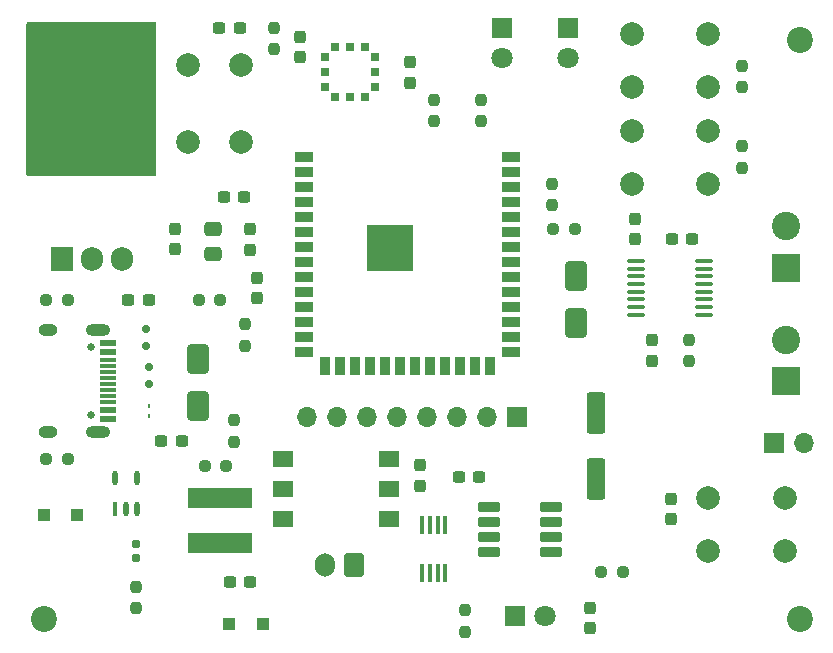
<source format=gbr>
%TF.GenerationSoftware,KiCad,Pcbnew,7.0.8*%
%TF.CreationDate,2024-01-31T02:26:52-05:00*%
%TF.ProjectId,AT01_no_ftdi,41543031-5f6e-46f5-9f66-7464692e6b69,rev?*%
%TF.SameCoordinates,PX6ea0500PY7735940*%
%TF.FileFunction,Soldermask,Top*%
%TF.FilePolarity,Negative*%
%FSLAX46Y46*%
G04 Gerber Fmt 4.6, Leading zero omitted, Abs format (unit mm)*
G04 Created by KiCad (PCBNEW 7.0.8) date 2024-01-31 02:26:52*
%MOMM*%
%LPD*%
G01*
G04 APERTURE LIST*
G04 Aperture macros list*
%AMRoundRect*
0 Rectangle with rounded corners*
0 $1 Rounding radius*
0 $2 $3 $4 $5 $6 $7 $8 $9 X,Y pos of 4 corners*
0 Add a 4 corners polygon primitive as box body*
4,1,4,$2,$3,$4,$5,$6,$7,$8,$9,$2,$3,0*
0 Add four circle primitives for the rounded corners*
1,1,$1+$1,$2,$3*
1,1,$1+$1,$4,$5*
1,1,$1+$1,$6,$7*
1,1,$1+$1,$8,$9*
0 Add four rect primitives between the rounded corners*
20,1,$1+$1,$2,$3,$4,$5,0*
20,1,$1+$1,$4,$5,$6,$7,0*
20,1,$1+$1,$6,$7,$8,$9,0*
20,1,$1+$1,$8,$9,$2,$3,0*%
G04 Aperture macros list end*
%ADD10R,0.457200X1.524000*%
%ADD11O,0.457200X1.219200*%
%ADD12R,0.457200X1.219200*%
%ADD13R,0.711200X0.660400*%
%ADD14R,0.660400X0.711200*%
%ADD15RoundRect,0.250000X-0.475000X0.337500X-0.475000X-0.337500X0.475000X-0.337500X0.475000X0.337500X0*%
%ADD16R,1.700000X1.700000*%
%ADD17O,1.700000X1.700000*%
%ADD18RoundRect,0.150000X-0.200000X0.150000X-0.200000X-0.150000X0.200000X-0.150000X0.200000X0.150000X0*%
%ADD19RoundRect,0.237500X-0.250000X-0.237500X0.250000X-0.237500X0.250000X0.237500X-0.250000X0.237500X0*%
%ADD20RoundRect,0.150000X0.200000X-0.150000X0.200000X0.150000X-0.200000X0.150000X-0.200000X-0.150000X0*%
%ADD21RoundRect,0.062500X-0.062500X0.117500X-0.062500X-0.117500X0.062500X-0.117500X0.062500X0.117500X0*%
%ADD22RoundRect,0.237500X-0.237500X0.250000X-0.237500X-0.250000X0.237500X-0.250000X0.237500X0.250000X0*%
%ADD23RoundRect,0.237500X0.237500X-0.300000X0.237500X0.300000X-0.237500X0.300000X-0.237500X-0.300000X0*%
%ADD24R,1.800000X1.800000*%
%ADD25C,1.800000*%
%ADD26C,2.000000*%
%ADD27C,2.200000*%
%ADD28RoundRect,0.237500X-0.237500X0.300000X-0.237500X-0.300000X0.237500X-0.300000X0.237500X0.300000X0*%
%ADD29C,0.650000*%
%ADD30R,1.450000X0.600000*%
%ADD31R,1.450000X0.300000*%
%ADD32O,2.100000X1.000000*%
%ADD33O,1.600000X1.000000*%
%ADD34R,1.701800X1.397000*%
%ADD35RoundRect,0.237500X0.237500X-0.250000X0.237500X0.250000X-0.237500X0.250000X-0.237500X-0.250000X0*%
%ADD36R,5.511800X1.752600*%
%ADD37RoundRect,0.160000X-0.160000X0.197500X-0.160000X-0.197500X0.160000X-0.197500X0.160000X0.197500X0*%
%ADD38RoundRect,0.250000X0.300000X0.300000X-0.300000X0.300000X-0.300000X-0.300000X0.300000X-0.300000X0*%
%ADD39RoundRect,0.237500X0.250000X0.237500X-0.250000X0.237500X-0.250000X-0.237500X0.250000X-0.237500X0*%
%ADD40R,2.400000X2.400000*%
%ADD41C,2.400000*%
%ADD42R,1.500000X0.900000*%
%ADD43R,0.900000X1.500000*%
%ADD44C,0.800000*%
%ADD45R,3.900000X3.900000*%
%ADD46RoundRect,0.237500X-0.300000X-0.237500X0.300000X-0.237500X0.300000X0.237500X-0.300000X0.237500X0*%
%ADD47RoundRect,0.237500X0.300000X0.237500X-0.300000X0.237500X-0.300000X-0.237500X0.300000X-0.237500X0*%
%ADD48RoundRect,0.250000X-0.650000X1.000000X-0.650000X-1.000000X0.650000X-1.000000X0.650000X1.000000X0*%
%ADD49RoundRect,0.100000X0.637500X0.100000X-0.637500X0.100000X-0.637500X-0.100000X0.637500X-0.100000X0*%
%ADD50RoundRect,0.250000X-0.550000X1.500000X-0.550000X-1.500000X0.550000X-1.500000X0.550000X1.500000X0*%
%ADD51RoundRect,0.144000X-0.788000X-0.258000X0.788000X-0.258000X0.788000X0.258000X-0.788000X0.258000X0*%
%ADD52O,3.500000X3.500000*%
%ADD53R,1.905000X2.000000*%
%ADD54O,1.905000X2.000000*%
%ADD55RoundRect,0.250000X0.600000X0.750000X-0.600000X0.750000X-0.600000X-0.750000X0.600000X-0.750000X0*%
%ADD56O,1.700000X2.000000*%
%ADD57RoundRect,0.250000X-0.300000X-0.300000X0.300000X-0.300000X0.300000X0.300000X-0.300000X0.300000X0*%
G04 APERTURE END LIST*
D10*
%TO.C,U3*%
X35025001Y6861400D03*
X35674999Y6861400D03*
X36325001Y6861400D03*
X36974999Y6861400D03*
X36974999Y10948600D03*
X36325001Y10948600D03*
X35674999Y10948600D03*
X35025001Y10948600D03*
%TD*%
D11*
%TO.C,U2*%
X9000000Y14900000D03*
X10900002Y14900000D03*
X10900002Y12280000D03*
X9950001Y12280000D03*
D12*
X9000000Y12280000D03*
%TD*%
D13*
%TO.C,U1*%
X26800110Y50540000D03*
X26800110Y49270000D03*
X26800110Y48000000D03*
D14*
X27630055Y47170002D03*
X28900055Y47170002D03*
X30170055Y47170002D03*
D13*
X31000000Y48000000D03*
X31000000Y49270000D03*
X31000000Y50540000D03*
D14*
X30170055Y51369998D03*
X28900055Y51369998D03*
X27630055Y51369998D03*
%TD*%
D15*
%TO.C,C7*%
X17300000Y35975000D03*
X17300000Y33900000D03*
%TD*%
D16*
%TO.C,J6*%
X64760000Y17900000D03*
D17*
X67300000Y17900000D03*
%TD*%
D18*
%TO.C,D2*%
X11900000Y22900000D03*
X11900000Y24300000D03*
%TD*%
D19*
%TO.C,R2*%
X16587500Y15900000D03*
X18412500Y15900000D03*
%TD*%
D20*
%TO.C,D12*%
X11600000Y27500000D03*
X11600000Y26100000D03*
%TD*%
D21*
%TO.C,D3*%
X11900000Y20180000D03*
X11900000Y21020000D03*
%TD*%
D22*
%TO.C,R8*%
X36000000Y46912500D03*
X36000000Y45087500D03*
%TD*%
D23*
%TO.C,C15*%
X34800000Y14237500D03*
X34800000Y15962500D03*
%TD*%
%TO.C,C4*%
X34000000Y48375000D03*
X34000000Y50100000D03*
%TD*%
D24*
%TO.C,D5*%
X41800000Y52975000D03*
D25*
X41800000Y50435000D03*
%TD*%
D26*
%TO.C,SW1*%
X52750000Y52500000D03*
X59250000Y52500000D03*
X52750000Y48000000D03*
X59250000Y48000000D03*
%TD*%
D27*
%TO.C,H3*%
X3000000Y3000000D03*
%TD*%
D28*
%TO.C,C10*%
X53000000Y36862500D03*
X53000000Y35137500D03*
%TD*%
D29*
%TO.C,J2*%
X7000000Y26000000D03*
X7000000Y20220000D03*
D30*
X8445000Y26360000D03*
X8445000Y25560000D03*
D31*
X8445000Y24360000D03*
X8445000Y23360000D03*
X8445000Y22860000D03*
X8445000Y21860000D03*
D30*
X8445000Y20660000D03*
X8445000Y19860000D03*
X8445000Y19860000D03*
X8445000Y20660000D03*
D31*
X8445000Y21360000D03*
X8445000Y22360000D03*
X8445000Y23860000D03*
X8445000Y24860000D03*
D30*
X8445000Y25560000D03*
X8445000Y26360000D03*
D32*
X7530000Y27430000D03*
D33*
X3350000Y27430000D03*
D32*
X7530000Y18790000D03*
D33*
X3350000Y18790000D03*
%TD*%
D34*
%TO.C,K1*%
X23200000Y11460000D03*
X23200000Y14000000D03*
X23200000Y16540000D03*
X32217000Y16540000D03*
X32217000Y14000000D03*
X32217000Y11460000D03*
%TD*%
D35*
%TO.C,R1*%
X62100000Y47987500D03*
X62100000Y49812500D03*
%TD*%
D36*
%TO.C,L1*%
X17900000Y13175000D03*
X17900000Y9425000D03*
%TD*%
D19*
%TO.C,R5*%
X16087500Y30000000D03*
X17912500Y30000000D03*
%TD*%
D37*
%TO.C,R15*%
X10800000Y9297500D03*
X10800000Y8102500D03*
%TD*%
D22*
%TO.C,R4*%
X20000000Y27912500D03*
X20000000Y26087500D03*
%TD*%
D28*
%TO.C,C17*%
X20400000Y35962500D03*
X20400000Y34237500D03*
%TD*%
D38*
%TO.C,D9*%
X21500000Y2500000D03*
X18700000Y2500000D03*
%TD*%
D39*
%TO.C,R14*%
X5012500Y16500000D03*
X3187500Y16500000D03*
%TD*%
D27*
%TO.C,H2*%
X67000000Y3000000D03*
%TD*%
D40*
%TO.C,J4*%
X65800000Y32700000D03*
D41*
X65800000Y36200000D03*
%TD*%
D42*
%TO.C,U6*%
X25050000Y42120000D03*
X25050000Y40850000D03*
X25050000Y39580000D03*
X25050000Y38310000D03*
X25050000Y37040000D03*
X25050000Y35770000D03*
X25050000Y34500000D03*
X25050000Y33230000D03*
X25050000Y31960000D03*
X25050000Y30690000D03*
X25050000Y29420000D03*
X25050000Y28150000D03*
X25050000Y26880000D03*
X25050000Y25610000D03*
D43*
X26815000Y24360000D03*
X28085000Y24360000D03*
X29355000Y24360000D03*
X30625000Y24360000D03*
X31895000Y24360000D03*
X33165000Y24360000D03*
X34435000Y24360000D03*
X35705000Y24360000D03*
X36975000Y24360000D03*
X38245000Y24360000D03*
X39515000Y24360000D03*
X40785000Y24360000D03*
D42*
X42550000Y25610000D03*
X42550000Y26880000D03*
X42550000Y28150000D03*
X42550000Y29420000D03*
X42550000Y30690000D03*
X42550000Y31960000D03*
X42550000Y33230000D03*
X42550000Y34500000D03*
X42550000Y35770000D03*
X42550000Y37040000D03*
X42550000Y38310000D03*
X42550000Y39580000D03*
X42550000Y40850000D03*
X42550000Y42120000D03*
D44*
X30900000Y35100000D03*
X30900000Y33700000D03*
X31600000Y35800000D03*
X31600000Y34400000D03*
X31600000Y33000000D03*
X32300000Y35100000D03*
D45*
X32300000Y34400000D03*
D44*
X32300000Y33700000D03*
X33000000Y35800000D03*
X33000000Y34400000D03*
X33000000Y33000000D03*
X33700000Y35100000D03*
X33700000Y33700000D03*
%TD*%
D35*
%TO.C,R11*%
X46000000Y38000000D03*
X46000000Y39825000D03*
%TD*%
D39*
%TO.C,R13*%
X5012500Y30000000D03*
X3187500Y30000000D03*
%TD*%
D46*
%TO.C,C13*%
X18737500Y6100000D03*
X20462500Y6100000D03*
%TD*%
D47*
%TO.C,C18*%
X19962500Y38700000D03*
X18237500Y38700000D03*
%TD*%
%TO.C,C5*%
X11862500Y30000000D03*
X10137500Y30000000D03*
%TD*%
D48*
%TO.C,D1*%
X16000000Y25000000D03*
X16000000Y21000000D03*
%TD*%
D22*
%TO.C,R18*%
X38600000Y3712500D03*
X38600000Y1887500D03*
%TD*%
D26*
%TO.C,SW2*%
X59200000Y13200000D03*
X65700000Y13200000D03*
X59200000Y8700000D03*
X65700000Y8700000D03*
%TD*%
D16*
%TO.C,J3*%
X43060000Y20100000D03*
D17*
X40520000Y20100000D03*
X37980000Y20100000D03*
X35440000Y20100000D03*
X32900000Y20100000D03*
X30360000Y20100000D03*
X27820000Y20100000D03*
X25280000Y20100000D03*
%TD*%
D39*
%TO.C,R10*%
X47912500Y36000000D03*
X46087500Y36000000D03*
%TD*%
D46*
%TO.C,C8*%
X12937500Y18000000D03*
X14662500Y18000000D03*
%TD*%
D22*
%TO.C,R6*%
X62100000Y43012500D03*
X62100000Y41187500D03*
%TD*%
D49*
%TO.C,U5*%
X58862500Y28725000D03*
X58862500Y29375000D03*
X58862500Y30025000D03*
X58862500Y30675000D03*
X58862500Y31325000D03*
X58862500Y31975000D03*
X58862500Y32625000D03*
X58862500Y33275000D03*
X53137500Y33275000D03*
X53137500Y32625000D03*
X53137500Y31975000D03*
X53137500Y31325000D03*
X53137500Y30675000D03*
X53137500Y30025000D03*
X53137500Y29375000D03*
X53137500Y28725000D03*
%TD*%
D23*
%TO.C,C1*%
X24700000Y50537500D03*
X24700000Y52262500D03*
%TD*%
D35*
%TO.C,R16*%
X57600000Y24787500D03*
X57600000Y26612500D03*
%TD*%
D22*
%TO.C,R7*%
X40000000Y46912500D03*
X40000000Y45087500D03*
%TD*%
D23*
%TO.C,C11*%
X54500000Y24837500D03*
X54500000Y26562500D03*
%TD*%
D28*
%TO.C,C2*%
X56100000Y13162500D03*
X56100000Y11437500D03*
%TD*%
D47*
%TO.C,C9*%
X57862500Y35100000D03*
X56137500Y35100000D03*
%TD*%
D26*
%TO.C,SW3*%
X19650000Y49850000D03*
X19650000Y43350000D03*
X15150000Y49850000D03*
X15150000Y43350000D03*
%TD*%
D50*
%TO.C,C12*%
X49700000Y20400000D03*
X49700000Y14800000D03*
%TD*%
D48*
%TO.C,D8*%
X48000000Y32000000D03*
X48000000Y28000000D03*
%TD*%
D24*
%TO.C,D10*%
X42900000Y3200000D03*
D25*
X45440000Y3200000D03*
%TD*%
D35*
%TO.C,R3*%
X22500000Y51187500D03*
X22500000Y53012500D03*
%TD*%
%TO.C,R9*%
X19100000Y17987500D03*
X19100000Y19812500D03*
%TD*%
D28*
%TO.C,C20*%
X14100000Y36000000D03*
X14100000Y34275000D03*
%TD*%
D27*
%TO.C,H1*%
X67000000Y52000000D03*
%TD*%
D28*
%TO.C,C19*%
X21000000Y31862500D03*
X21000000Y30137500D03*
%TD*%
D51*
%TO.C,Q2*%
X40675000Y12405000D03*
X40675000Y11135000D03*
X40675000Y9865000D03*
X40675000Y8595000D03*
X45925000Y8595000D03*
X45925000Y9865000D03*
X45925000Y11135000D03*
X45925000Y12405000D03*
%TD*%
D52*
%TO.C,U4*%
X7100000Y50130000D03*
D53*
X4560000Y33470000D03*
D54*
X7100000Y33470000D03*
X9640000Y33470000D03*
%TD*%
D55*
%TO.C,J1*%
X29250000Y7532500D03*
D56*
X26750000Y7532500D03*
%TD*%
D47*
%TO.C,C3*%
X19562500Y53000000D03*
X17837500Y53000000D03*
%TD*%
D22*
%TO.C,R12*%
X10800000Y5712500D03*
X10800000Y3887500D03*
%TD*%
D26*
%TO.C,SW4*%
X52750000Y44250000D03*
X59250000Y44250000D03*
X52750000Y39750000D03*
X59250000Y39750000D03*
%TD*%
D23*
%TO.C,C14*%
X49200000Y2175000D03*
X49200000Y3900000D03*
%TD*%
D39*
%TO.C,R17*%
X52012500Y6900000D03*
X50187500Y6900000D03*
%TD*%
D24*
%TO.C,D4*%
X47400000Y52975000D03*
D25*
X47400000Y50435000D03*
%TD*%
D40*
%TO.C,J5*%
X65800000Y23100000D03*
D41*
X65800000Y26600000D03*
%TD*%
D46*
%TO.C,C16*%
X38137500Y15000000D03*
X39862500Y15000000D03*
%TD*%
D57*
%TO.C,D7*%
X3000000Y11800000D03*
X5800000Y11800000D03*
%TD*%
G36*
X12443039Y53480315D02*
G01*
X12488794Y53427511D01*
X12500000Y53376000D01*
X12500000Y40624000D01*
X12480315Y40556961D01*
X12427511Y40511206D01*
X12376000Y40500000D01*
X1624000Y40500000D01*
X1556961Y40519685D01*
X1511206Y40572489D01*
X1500000Y40624000D01*
X1500000Y53376000D01*
X1519685Y53443039D01*
X1572489Y53488794D01*
X1624000Y53500000D01*
X12376000Y53500000D01*
X12443039Y53480315D01*
G37*
M02*

</source>
